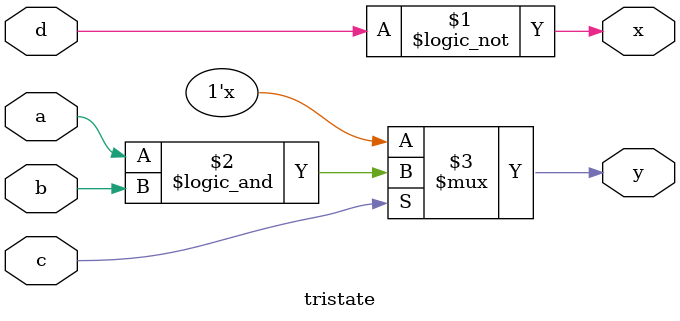
<source format=v>
module tristate (
	input a, b, c, d,
	output x, y
);

assign x = !d;
assign y = c ? a && b : 1'bz;

endmodule

</source>
